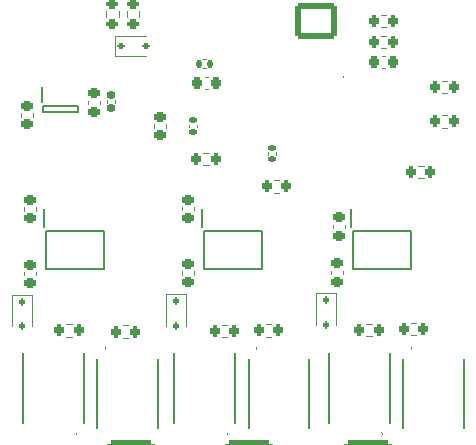
<source format=gbo>
%TF.GenerationSoftware,KiCad,Pcbnew,9.0.0*%
%TF.CreationDate,2025-04-09T22:07:22+02:00*%
%TF.ProjectId,ESC,4553432e-6b69-4636-9164-5f7063625858,rev?*%
%TF.SameCoordinates,Original*%
%TF.FileFunction,Legend,Bot*%
%TF.FilePolarity,Positive*%
%FSLAX45Y45*%
G04 Gerber Fmt 4.5, Leading zero omitted, Abs format (unit mm)*
G04 Created by KiCad (PCBNEW 9.0.0) date 2025-04-09 22:07:22*
%MOMM*%
%LPD*%
G01*
G04 APERTURE LIST*
G04 Aperture macros list*
%AMRoundRect*
0 Rectangle with rounded corners*
0 $1 Rounding radius*
0 $2 $3 $4 $5 $6 $7 $8 $9 X,Y pos of 4 corners*
0 Add a 4 corners polygon primitive as box body*
4,1,4,$2,$3,$4,$5,$6,$7,$8,$9,$2,$3,0*
0 Add four circle primitives for the rounded corners*
1,1,$1+$1,$2,$3*
1,1,$1+$1,$4,$5*
1,1,$1+$1,$6,$7*
1,1,$1+$1,$8,$9*
0 Add four rect primitives between the rounded corners*
20,1,$1+$1,$2,$3,$4,$5,0*
20,1,$1+$1,$4,$5,$6,$7,0*
20,1,$1+$1,$6,$7,$8,$9,0*
20,1,$1+$1,$8,$9,$2,$3,0*%
G04 Aperture macros list end*
%ADD10C,0.120000*%
%ADD11C,0.200000*%
%ADD12C,0.100000*%
%ADD13RoundRect,0.333333X1.666667X1.666667X-1.666667X1.666667X-1.666667X-1.666667X1.666667X-1.666667X0*%
%ADD14C,3.800000*%
%ADD15C,2.200000*%
%ADD16C,0.650000*%
%ADD17O,1.400000X3.000000*%
%ADD18RoundRect,0.250000X1.500000X1.250000X-1.500000X1.250000X-1.500000X-1.250000X1.500000X-1.250000X0*%
%ADD19O,3.500000X3.000000*%
%ADD20RoundRect,0.225000X-0.250000X0.225000X-0.250000X-0.225000X0.250000X-0.225000X0.250000X0.225000X0*%
%ADD21R,0.500000X0.925000*%
%ADD22R,0.600000X0.800000*%
%ADD23R,4.410000X3.655000*%
%ADD24RoundRect,0.200000X-0.200000X-0.275000X0.200000X-0.275000X0.200000X0.275000X-0.200000X0.275000X0*%
%ADD25RoundRect,0.225000X0.250000X-0.225000X0.250000X0.225000X-0.250000X0.225000X-0.250000X-0.225000X0*%
%ADD26RoundRect,0.200000X0.275000X-0.200000X0.275000X0.200000X-0.275000X0.200000X-0.275000X-0.200000X0*%
%ADD27RoundRect,0.112500X-0.187500X-0.112500X0.187500X-0.112500X0.187500X0.112500X-0.187500X0.112500X0*%
%ADD28RoundRect,0.140000X-0.170000X0.140000X-0.170000X-0.140000X0.170000X-0.140000X0.170000X0.140000X0*%
%ADD29R,0.700000X1.525000*%
%ADD30RoundRect,0.155000X0.155000X-0.212500X0.155000X0.212500X-0.155000X0.212500X-0.155000X-0.212500X0*%
%ADD31RoundRect,0.140000X0.140000X0.170000X-0.140000X0.170000X-0.140000X-0.170000X0.140000X-0.170000X0*%
%ADD32RoundRect,0.112500X-0.112500X0.187500X-0.112500X-0.187500X0.112500X-0.187500X0.112500X0.187500X0*%
%ADD33RoundRect,0.225000X0.225000X0.250000X-0.225000X0.250000X-0.225000X-0.250000X0.225000X-0.250000X0*%
%ADD34R,0.700000X0.500000*%
%ADD35R,4.700000X4.500000*%
%ADD36R,0.650000X1.200000*%
%ADD37RoundRect,0.200000X0.200000X0.275000X-0.200000X0.275000X-0.200000X-0.275000X0.200000X-0.275000X0*%
%ADD38R,0.600000X1.250000*%
G04 APERTURE END LIST*
D10*
%TO.C,C3*%
X4829000Y-4494058D02*
X4829000Y-4465942D01*
X4931000Y-4494058D02*
X4931000Y-4465942D01*
D11*
%TO.C,Q7*%
X4132500Y-5800000D02*
X4132500Y-5210000D01*
D12*
X4199500Y-5115000D02*
X4199500Y-5115000D01*
X4199500Y-5125000D02*
X4199500Y-5125000D01*
D11*
X4647500Y-5800000D02*
X4647500Y-5210000D01*
D12*
X4199500Y-5115000D02*
G75*
G02*
X4199500Y-5125000I0J-5000D01*
G01*
X4199500Y-5125000D02*
G75*
G02*
X4199500Y-5115000I0J5000D01*
G01*
D10*
%TO.C,R7*%
X4393726Y-3697750D02*
X4346274Y-3697750D01*
X4393726Y-3802250D02*
X4346274Y-3802250D01*
%TO.C,C5*%
X2770000Y-3025942D02*
X2770000Y-3054058D01*
X2872000Y-3025942D02*
X2872000Y-3054058D01*
%TO.C,R26*%
X3102750Y-2266274D02*
X3102750Y-2313726D01*
X3207250Y-2266274D02*
X3207250Y-2313726D01*
%TO.C,R5*%
X5813726Y-3147750D02*
X5766274Y-3147750D01*
X5813726Y-3252250D02*
X5766274Y-3252250D01*
%TO.C,C15*%
X2229000Y-4504058D02*
X2229000Y-4475942D01*
X2331000Y-4504058D02*
X2331000Y-4475942D01*
%TO.C,D2*%
X2999000Y-2475000D02*
X2999000Y-2645000D01*
X3265000Y-2475000D02*
X2999000Y-2475000D01*
X3265000Y-2645000D02*
X2999000Y-2645000D01*
%TO.C,C21*%
X4294000Y-3459216D02*
X4294000Y-3480784D01*
X4366000Y-3459216D02*
X4366000Y-3480784D01*
D11*
%TO.C,IC4*%
X2399500Y-3942500D02*
X2399500Y-4095000D01*
X2415000Y-4130000D02*
X2415000Y-4450000D01*
X2415000Y-4450000D02*
X2905000Y-4450000D01*
X2905000Y-4130000D02*
X2415000Y-4130000D01*
X2905000Y-4450000D02*
X2905000Y-4130000D01*
%TO.C,Q9*%
X4812500Y-5160000D02*
X4812500Y-5750000D01*
D12*
X5260500Y-5835000D02*
X5260500Y-5835000D01*
X5260500Y-5845000D02*
X5260500Y-5845000D01*
D11*
X5327500Y-5160000D02*
X5327500Y-5750000D01*
D12*
X5260500Y-5835000D02*
G75*
G02*
X5260500Y-5845000I0J-5000D01*
G01*
X5260500Y-5845000D02*
G75*
G02*
X5260500Y-5835000I0J5000D01*
G01*
D10*
%TO.C,C10*%
X2203000Y-3161058D02*
X2203000Y-3132942D01*
X2305000Y-3161058D02*
X2305000Y-3132942D01*
%TO.C,R9*%
X3953726Y-4922750D02*
X3906274Y-4922750D01*
X3953726Y-5027250D02*
X3906274Y-5027250D01*
%TO.C,C13*%
X2930000Y-3018416D02*
X2930000Y-3041583D01*
X3002000Y-3018416D02*
X3002000Y-3041583D01*
%TO.C,C20*%
X3770784Y-2674000D02*
X3749216Y-2674000D01*
X3770784Y-2746000D02*
X3749216Y-2746000D01*
%TO.C,R25*%
X2927750Y-2266274D02*
X2927750Y-2313726D01*
X3032250Y-2266274D02*
X3032250Y-2313726D01*
%TO.C,C4*%
X4849000Y-4075942D02*
X4849000Y-4104058D01*
X4951000Y-4075942D02*
X4951000Y-4104058D01*
%TO.C,D4*%
X2130000Y-4935000D02*
X2130000Y-4669000D01*
X2300000Y-4669000D02*
X2130000Y-4669000D01*
X2300000Y-4935000D02*
X2300000Y-4669000D01*
%TO.C,C18*%
X3329000Y-3254058D02*
X3329000Y-3225942D01*
X3431000Y-3254058D02*
X3431000Y-3225942D01*
%TO.C,R8*%
X3793726Y-3467750D02*
X3746274Y-3467750D01*
X3793726Y-3572250D02*
X3746274Y-3572250D01*
%TO.C,C6*%
X3568500Y-3954058D02*
X3568500Y-3925942D01*
X3670500Y-3954058D02*
X3670500Y-3925942D01*
%TO.C,R18*%
X3113726Y-4927750D02*
X3066274Y-4927750D01*
X3113726Y-5032250D02*
X3066274Y-5032250D01*
D11*
%TO.C,IC3*%
X4999500Y-3942500D02*
X4999500Y-4095000D01*
X5015000Y-4130000D02*
X5015000Y-4450000D01*
X5015000Y-4450000D02*
X5505000Y-4450000D01*
X5505000Y-4130000D02*
X5015000Y-4130000D01*
X5505000Y-4450000D02*
X5505000Y-4130000D01*
%TO.C,Q6*%
X5442500Y-5800000D02*
X5442500Y-5210000D01*
D12*
X5509500Y-5115000D02*
X5509500Y-5115000D01*
X5509500Y-5125000D02*
X5509500Y-5125000D01*
D11*
X5957500Y-5800000D02*
X5957500Y-5210000D01*
D12*
X5509500Y-5115000D02*
G75*
G02*
X5509500Y-5125000I0J-5000D01*
G01*
X5509500Y-5125000D02*
G75*
G02*
X5509500Y-5115000I0J5000D01*
G01*
D11*
%TO.C,Q11*%
X2222500Y-5160000D02*
X2222500Y-5750000D01*
D12*
X2670500Y-5835000D02*
X2670500Y-5835000D01*
X2670500Y-5845000D02*
X2670500Y-5845000D01*
D11*
X2737500Y-5160000D02*
X2737500Y-5750000D01*
D12*
X2670500Y-5835000D02*
G75*
G02*
X2670500Y-5845000I0J-5000D01*
G01*
X2670500Y-5845000D02*
G75*
G02*
X2670500Y-5835000I0J5000D01*
G01*
D10*
%TO.C,C22*%
X3763442Y-2821500D02*
X3791558Y-2821500D01*
X3763442Y-2923500D02*
X3791558Y-2923500D01*
D12*
%TO.C,Q2*%
X4934500Y-2815000D02*
X4934500Y-2815000D01*
X4934500Y-2825000D02*
X4934500Y-2825000D01*
X4934500Y-2815000D02*
G75*
G02*
X4934500Y-2825000I0J-5000D01*
G01*
X4934500Y-2825000D02*
G75*
G02*
X4934500Y-2815000I0J5000D01*
G01*
D10*
%TO.C,R3*%
X5553726Y-4907750D02*
X5506274Y-4907750D01*
X5553726Y-5012250D02*
X5506274Y-5012250D01*
%TO.C,C19*%
X3624000Y-3229216D02*
X3624000Y-3250784D01*
X3696000Y-3229216D02*
X3696000Y-3250784D01*
%TO.C,R2*%
X5126274Y-4912750D02*
X5173726Y-4912750D01*
X5126274Y-5017250D02*
X5173726Y-5017250D01*
%TO.C,R10*%
X4323726Y-4917750D02*
X4276274Y-4917750D01*
X4323726Y-5022250D02*
X4276274Y-5022250D01*
%TO.C,D1*%
X4700000Y-4922500D02*
X4700000Y-4656500D01*
X4870000Y-4656500D02*
X4700000Y-4656500D01*
X4870000Y-4922500D02*
X4870000Y-4656500D01*
%TO.C,R6*%
X5813726Y-2857750D02*
X5766274Y-2857750D01*
X5813726Y-2962250D02*
X5766274Y-2962250D01*
D11*
%TO.C,IC2*%
X2380000Y-2907500D02*
X2380000Y-3032500D01*
X2395000Y-3067500D02*
X2395000Y-3122500D01*
X2395000Y-3122500D02*
X2685000Y-3122500D01*
X2685000Y-3067500D02*
X2395000Y-3067500D01*
X2685000Y-3122500D02*
X2685000Y-3067500D01*
D10*
%TO.C,C14*%
X2229000Y-3956558D02*
X2229000Y-3928442D01*
X2331000Y-3956558D02*
X2331000Y-3928442D01*
%TO.C,R27*%
X5613726Y-3577750D02*
X5566274Y-3577750D01*
X5613726Y-3682250D02*
X5566274Y-3682250D01*
%TO.C,C7*%
X3569000Y-4496558D02*
X3569000Y-4468442D01*
X3671000Y-4496558D02*
X3671000Y-4468442D01*
%TO.C,R23*%
X5251274Y-2472750D02*
X5298726Y-2472750D01*
X5251274Y-2577250D02*
X5298726Y-2577250D01*
%TO.C,D3*%
X3435000Y-4930000D02*
X3435000Y-4664000D01*
X3605000Y-4664000D02*
X3435000Y-4664000D01*
X3605000Y-4930000D02*
X3605000Y-4664000D01*
%TO.C,C28*%
X5260942Y-2649000D02*
X5289058Y-2649000D01*
X5260942Y-2751000D02*
X5289058Y-2751000D01*
%TO.C,R17*%
X2633726Y-4917750D02*
X2586274Y-4917750D01*
X2633726Y-5022250D02*
X2586274Y-5022250D01*
D11*
%TO.C,IC1*%
X3739500Y-3942500D02*
X3739500Y-4095000D01*
X3755000Y-4130000D02*
X3755000Y-4450000D01*
X3755000Y-4450000D02*
X4245000Y-4450000D01*
X4245000Y-4130000D02*
X3755000Y-4130000D01*
X4245000Y-4450000D02*
X4245000Y-4130000D01*
%TO.C,Q8*%
X2852500Y-5800000D02*
X2852500Y-5210000D01*
D12*
X2919500Y-5115000D02*
X2919500Y-5115000D01*
X2919500Y-5125000D02*
X2919500Y-5125000D01*
D11*
X3367500Y-5800000D02*
X3367500Y-5210000D01*
D12*
X2919500Y-5115000D02*
G75*
G02*
X2919500Y-5125000I0J-5000D01*
G01*
X2919500Y-5125000D02*
G75*
G02*
X2919500Y-5115000I0J5000D01*
G01*
D11*
%TO.C,Q10*%
X3502500Y-5160000D02*
X3502500Y-5750000D01*
D12*
X3950500Y-5835000D02*
X3950500Y-5835000D01*
X3950500Y-5845000D02*
X3950500Y-5845000D01*
D11*
X4017500Y-5160000D02*
X4017500Y-5750000D01*
D12*
X3950500Y-5835000D02*
G75*
G02*
X3950500Y-5845000I0J-5000D01*
G01*
X3950500Y-5845000D02*
G75*
G02*
X3950500Y-5835000I0J5000D01*
G01*
D10*
%TO.C,R24*%
X5298726Y-2297750D02*
X5251274Y-2297750D01*
X5298726Y-2402250D02*
X5251274Y-2402250D01*
%TD*%
%LPC*%
D13*
%TO.C,C25*%
X5140000Y-6101000D03*
X4140000Y-6100000D03*
X3140000Y-6100000D03*
%TD*%
D14*
%TO.C,H1*%
X2275000Y-2385000D03*
%TD*%
D15*
%TO.C,H2*%
X5950000Y-6105000D03*
%TD*%
D16*
%TO.C,J1*%
X5567500Y-3364000D03*
X5567500Y-2786000D03*
%TD*%
D17*
%TO.C,C24*%
X4000000Y-2350000D03*
X3800000Y-2350000D03*
X3600000Y-2350000D03*
X3400000Y-2350000D03*
D18*
X4700000Y-2351000D03*
D19*
X4300000Y-2350000D03*
%TD*%
D20*
%TO.C,C3*%
X4880000Y-4402500D03*
X4880000Y-4557500D03*
%TD*%
D21*
%TO.C,Q7*%
X4199500Y-5218700D03*
X4326500Y-5218700D03*
X4453500Y-5218700D03*
X4580500Y-5218700D03*
D22*
X4199500Y-5797500D03*
X4326500Y-5797500D03*
D23*
X4390000Y-5574800D03*
D22*
X4453500Y-5797500D03*
X4580500Y-5797500D03*
%TD*%
D24*
%TO.C,R7*%
X4287500Y-3750000D03*
X4452500Y-3750000D03*
%TD*%
D25*
%TO.C,C5*%
X2821000Y-3117500D03*
X2821000Y-2962500D03*
%TD*%
D26*
%TO.C,R26*%
X3155000Y-2372500D03*
X3155000Y-2207500D03*
%TD*%
D24*
%TO.C,R5*%
X5707500Y-3200000D03*
X5872500Y-3200000D03*
%TD*%
D20*
%TO.C,C15*%
X2280000Y-4412500D03*
X2280000Y-4567500D03*
%TD*%
D27*
%TO.C,D2*%
X3055000Y-2560000D03*
X3265000Y-2560000D03*
%TD*%
D28*
%TO.C,C21*%
X4330000Y-3422000D03*
X4330000Y-3518000D03*
%TD*%
D29*
%TO.C,IC4*%
X2469500Y-4018800D03*
X2596500Y-4018800D03*
X2723500Y-4018800D03*
X2850500Y-4018800D03*
X2850500Y-4561200D03*
X2723500Y-4561200D03*
X2596500Y-4561200D03*
X2469500Y-4561200D03*
%TD*%
D21*
%TO.C,Q9*%
X5260500Y-5741300D03*
X5133500Y-5741300D03*
X5006500Y-5741300D03*
X4879500Y-5741300D03*
D22*
X5260500Y-5162500D03*
X5133500Y-5162500D03*
D23*
X5070000Y-5385200D03*
D22*
X5006500Y-5162500D03*
X4879500Y-5162500D03*
%TD*%
D20*
%TO.C,C10*%
X2254000Y-3069500D03*
X2254000Y-3224500D03*
%TD*%
D24*
%TO.C,R9*%
X3847500Y-4975000D03*
X4012500Y-4975000D03*
%TD*%
D30*
%TO.C,C13*%
X2966000Y-3086750D03*
X2966000Y-2973250D03*
%TD*%
D31*
%TO.C,C20*%
X3808000Y-2710000D03*
X3712000Y-2710000D03*
%TD*%
D26*
%TO.C,R25*%
X2980000Y-2372500D03*
X2980000Y-2207500D03*
%TD*%
D25*
%TO.C,C4*%
X4900000Y-4167500D03*
X4900000Y-4012500D03*
%TD*%
D32*
%TO.C,D4*%
X2215000Y-4725000D03*
X2215000Y-4935000D03*
%TD*%
D20*
%TO.C,C18*%
X3380000Y-3162500D03*
X3380000Y-3317500D03*
%TD*%
D24*
%TO.C,R8*%
X3687500Y-3520000D03*
X3852500Y-3520000D03*
%TD*%
D20*
%TO.C,C6*%
X3619500Y-3862500D03*
X3619500Y-4017500D03*
%TD*%
D24*
%TO.C,R18*%
X3007500Y-4980000D03*
X3172500Y-4980000D03*
%TD*%
D29*
%TO.C,IC3*%
X5069500Y-4018800D03*
X5196500Y-4018800D03*
X5323500Y-4018800D03*
X5450500Y-4018800D03*
X5450500Y-4561200D03*
X5323500Y-4561200D03*
X5196500Y-4561200D03*
X5069500Y-4561200D03*
%TD*%
D21*
%TO.C,Q6*%
X5509500Y-5218700D03*
X5636500Y-5218700D03*
X5763500Y-5218700D03*
X5890500Y-5218700D03*
D22*
X5509500Y-5797500D03*
X5636500Y-5797500D03*
D23*
X5700000Y-5574800D03*
D22*
X5763500Y-5797500D03*
X5890500Y-5797500D03*
%TD*%
D21*
%TO.C,Q11*%
X2670500Y-5741300D03*
X2543500Y-5741300D03*
X2416500Y-5741300D03*
X2289500Y-5741300D03*
D22*
X2670500Y-5162500D03*
X2543500Y-5162500D03*
D23*
X2480000Y-5385200D03*
D22*
X2416500Y-5162500D03*
X2289500Y-5162500D03*
%TD*%
D33*
%TO.C,C22*%
X3855000Y-2872500D03*
X3700000Y-2872500D03*
%TD*%
D34*
%TO.C,Q2*%
X4925500Y-3525000D03*
X5058500Y-3525000D03*
D35*
X5125000Y-3275000D03*
D34*
X5191500Y-3525000D03*
X5324500Y-3525000D03*
D36*
X5315500Y-2925000D03*
X4934500Y-2925000D03*
X5061500Y-2925000D03*
X5188500Y-2925000D03*
%TD*%
D24*
%TO.C,R3*%
X5447500Y-4960000D03*
X5612500Y-4960000D03*
%TD*%
D28*
%TO.C,C19*%
X3660000Y-3192000D03*
X3660000Y-3288000D03*
%TD*%
D37*
%TO.C,R2*%
X5232500Y-4965000D03*
X5067500Y-4965000D03*
%TD*%
D24*
%TO.C,R10*%
X4217500Y-4970000D03*
X4382500Y-4970000D03*
%TD*%
D32*
%TO.C,D1*%
X4785000Y-4712500D03*
X4785000Y-4922500D03*
%TD*%
D24*
%TO.C,R6*%
X5707500Y-2910000D03*
X5872500Y-2910000D03*
%TD*%
D38*
%TO.C,IC2*%
X2445000Y-2970000D03*
X2540000Y-2970000D03*
X2635000Y-2970000D03*
X2635000Y-3220000D03*
X2540000Y-3220000D03*
X2445000Y-3220000D03*
%TD*%
D20*
%TO.C,C14*%
X2280000Y-3865000D03*
X2280000Y-4020000D03*
%TD*%
D37*
%TO.C,R27*%
X5672500Y-3630000D03*
X5507500Y-3630000D03*
%TD*%
D20*
%TO.C,C7*%
X3620000Y-4405000D03*
X3620000Y-4560000D03*
%TD*%
D37*
%TO.C,R23*%
X5357500Y-2525000D03*
X5192500Y-2525000D03*
%TD*%
D32*
%TO.C,D3*%
X3520000Y-4720000D03*
X3520000Y-4930000D03*
%TD*%
D33*
%TO.C,C28*%
X5352500Y-2700000D03*
X5197500Y-2700000D03*
%TD*%
D24*
%TO.C,R17*%
X2527500Y-4970000D03*
X2692500Y-4970000D03*
%TD*%
D29*
%TO.C,IC1*%
X3809500Y-4018800D03*
X3936500Y-4018800D03*
X4063500Y-4018800D03*
X4190500Y-4018800D03*
X4190500Y-4561200D03*
X4063500Y-4561200D03*
X3936500Y-4561200D03*
X3809500Y-4561200D03*
%TD*%
D21*
%TO.C,Q8*%
X2919500Y-5218700D03*
X3046500Y-5218700D03*
X3173500Y-5218700D03*
X3300500Y-5218700D03*
D22*
X2919500Y-5797500D03*
X3046500Y-5797500D03*
D23*
X3110000Y-5574800D03*
D22*
X3173500Y-5797500D03*
X3300500Y-5797500D03*
%TD*%
D21*
%TO.C,Q10*%
X3950500Y-5741300D03*
X3823500Y-5741300D03*
X3696500Y-5741300D03*
X3569500Y-5741300D03*
D22*
X3950500Y-5162500D03*
X3823500Y-5162500D03*
D23*
X3760000Y-5385200D03*
D22*
X3696500Y-5162500D03*
X3569500Y-5162500D03*
%TD*%
D24*
%TO.C,R24*%
X5192500Y-2350000D03*
X5357500Y-2350000D03*
%TD*%
%LPD*%
M02*

</source>
